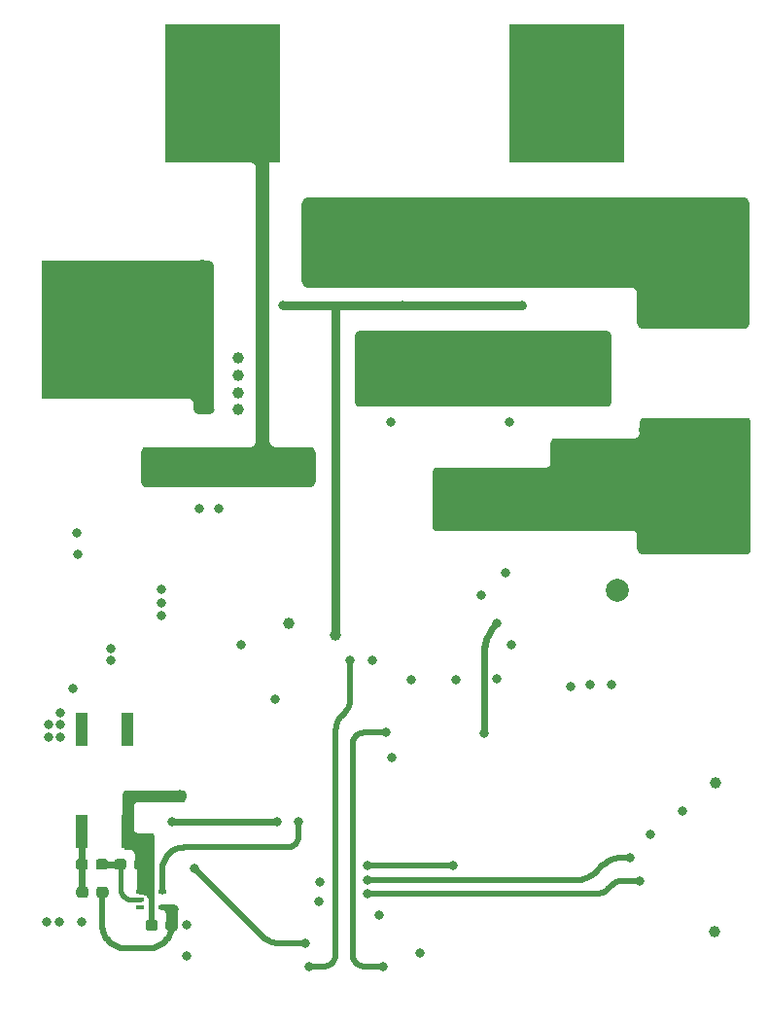
<source format=gbl>
%TF.GenerationSoftware,KiCad,Pcbnew,(5.1.8)-1*%
%TF.CreationDate,2021-02-13T14:21:55-08:00*%
%TF.ProjectId,20190720_Project_OCP-OVP-UVP,32303139-3037-4323-905f-50726f6a6563,A1*%
%TF.SameCoordinates,PX6ff61c0PY8823130*%
%TF.FileFunction,Copper,L4,Bot*%
%TF.FilePolarity,Positive*%
%FSLAX46Y46*%
G04 Gerber Fmt 4.6, Leading zero omitted, Abs format (unit mm)*
G04 Created by KiCad (PCBNEW (5.1.8)-1) date 2021-02-13 14:21:55*
%MOMM*%
%LPD*%
G01*
G04 APERTURE LIST*
%TA.AperFunction,ComponentPad*%
%ADD10C,10.000000*%
%TD*%
%TA.AperFunction,ComponentPad*%
%ADD11R,10.000000X12.000000*%
%TD*%
%TA.AperFunction,SMDPad,CuDef*%
%ADD12R,1.000000X3.000000*%
%TD*%
%TA.AperFunction,SMDPad,CuDef*%
%ADD13R,0.650000X0.400000*%
%TD*%
%TA.AperFunction,ViaPad*%
%ADD14C,1.000000*%
%TD*%
%TA.AperFunction,ViaPad*%
%ADD15C,2.000000*%
%TD*%
%TA.AperFunction,ViaPad*%
%ADD16C,0.800000*%
%TD*%
%TA.AperFunction,Conductor*%
%ADD17C,0.500000*%
%TD*%
%TA.AperFunction,Conductor*%
%ADD18C,0.700000*%
%TD*%
%TA.AperFunction,Conductor*%
%ADD19C,0.550000*%
%TD*%
%TA.AperFunction,Conductor*%
%ADD20C,0.450000*%
%TD*%
%TA.AperFunction,Conductor*%
%ADD21C,0.600000*%
%TD*%
%TA.AperFunction,Conductor*%
%ADD22C,0.800000*%
%TD*%
%TA.AperFunction,Conductor*%
%ADD23C,0.254000*%
%TD*%
G04 APERTURE END LIST*
D10*
X16150000Y80250000D03*
X46150000Y80250000D03*
D11*
X16150000Y80250000D03*
X5350000Y59700000D03*
%TA.AperFunction,SMDPad,CuDef*%
G36*
G01*
X7750000Y13362500D02*
X7750000Y12887500D01*
G75*
G02*
X7512500Y12650000I-237500J0D01*
G01*
X6937500Y12650000D01*
G75*
G02*
X6700000Y12887500I0J237500D01*
G01*
X6700000Y13362500D01*
G75*
G02*
X6937500Y13600000I237500J0D01*
G01*
X7512500Y13600000D01*
G75*
G02*
X7750000Y13362500I0J-237500D01*
G01*
G37*
%TD.AperFunction*%
%TA.AperFunction,SMDPad,CuDef*%
G36*
G01*
X9500000Y13362500D02*
X9500000Y12887500D01*
G75*
G02*
X9262500Y12650000I-237500J0D01*
G01*
X8687500Y12650000D01*
G75*
G02*
X8450000Y12887500I0J237500D01*
G01*
X8450000Y13362500D01*
G75*
G02*
X8687500Y13600000I237500J0D01*
G01*
X9262500Y13600000D01*
G75*
G02*
X9500000Y13362500I0J-237500D01*
G01*
G37*
%TD.AperFunction*%
%TA.AperFunction,SMDPad,CuDef*%
G36*
G01*
X9425000Y7587500D02*
X9425000Y8062500D01*
G75*
G02*
X9662500Y8300000I237500J0D01*
G01*
X10237500Y8300000D01*
G75*
G02*
X10475000Y8062500I0J-237500D01*
G01*
X10475000Y7587500D01*
G75*
G02*
X10237500Y7350000I-237500J0D01*
G01*
X9662500Y7350000D01*
G75*
G02*
X9425000Y7587500I0J237500D01*
G01*
G37*
%TD.AperFunction*%
%TA.AperFunction,SMDPad,CuDef*%
G36*
G01*
X11175000Y7587500D02*
X11175000Y8062500D01*
G75*
G02*
X11412500Y8300000I237500J0D01*
G01*
X11987500Y8300000D01*
G75*
G02*
X12225000Y8062500I0J-237500D01*
G01*
X12225000Y7587500D01*
G75*
G02*
X11987500Y7350000I-237500J0D01*
G01*
X11412500Y7350000D01*
G75*
G02*
X11175000Y7587500I0J237500D01*
G01*
G37*
%TD.AperFunction*%
%TA.AperFunction,SMDPad,CuDef*%
G36*
G01*
X6200000Y10937500D02*
X6200000Y10462500D01*
G75*
G02*
X5962500Y10225000I-237500J0D01*
G01*
X5387500Y10225000D01*
G75*
G02*
X5150000Y10462500I0J237500D01*
G01*
X5150000Y10937500D01*
G75*
G02*
X5387500Y11175000I237500J0D01*
G01*
X5962500Y11175000D01*
G75*
G02*
X6200000Y10937500I0J-237500D01*
G01*
G37*
%TD.AperFunction*%
%TA.AperFunction,SMDPad,CuDef*%
G36*
G01*
X4450000Y10937500D02*
X4450000Y10462500D01*
G75*
G02*
X4212500Y10225000I-237500J0D01*
G01*
X3637500Y10225000D01*
G75*
G02*
X3400000Y10462500I0J237500D01*
G01*
X3400000Y10937500D01*
G75*
G02*
X3637500Y11175000I237500J0D01*
G01*
X4212500Y11175000D01*
G75*
G02*
X4450000Y10937500I0J-237500D01*
G01*
G37*
%TD.AperFunction*%
%TA.AperFunction,SMDPad,CuDef*%
G36*
G01*
X4400000Y13362500D02*
X4400000Y12887500D01*
G75*
G02*
X4162500Y12650000I-237500J0D01*
G01*
X3587500Y12650000D01*
G75*
G02*
X3350000Y12887500I0J237500D01*
G01*
X3350000Y13362500D01*
G75*
G02*
X3587500Y13600000I237500J0D01*
G01*
X4162500Y13600000D01*
G75*
G02*
X4400000Y13362500I0J-237500D01*
G01*
G37*
%TD.AperFunction*%
%TA.AperFunction,SMDPad,CuDef*%
G36*
G01*
X6150000Y13362500D02*
X6150000Y12887500D01*
G75*
G02*
X5912500Y12650000I-237500J0D01*
G01*
X5337500Y12650000D01*
G75*
G02*
X5100000Y12887500I0J237500D01*
G01*
X5100000Y13362500D01*
G75*
G02*
X5337500Y13600000I237500J0D01*
G01*
X5912500Y13600000D01*
G75*
G02*
X6150000Y13362500I0J-237500D01*
G01*
G37*
%TD.AperFunction*%
D12*
X7875000Y15950000D03*
X3875000Y15950000D03*
X7875000Y24850000D03*
X3875000Y24850000D03*
D13*
X8975000Y9400000D03*
X8975000Y10700000D03*
X8975000Y10050000D03*
X10875000Y10700000D03*
X10875000Y9400000D03*
D11*
X46150000Y80250000D03*
D14*
X59100000Y20200000D03*
X59000000Y7300000D03*
D15*
X56800000Y45600000D03*
X53400000Y51000000D03*
X60800000Y41400000D03*
X60800000Y51000000D03*
X57000000Y66000000D03*
X53400000Y61000000D03*
X53400000Y69800000D03*
X60800000Y66000000D03*
X60800000Y61000000D03*
X60800000Y69800000D03*
X37750000Y55750000D03*
X34750000Y55750000D03*
D16*
X30750000Y51650000D03*
X41100000Y51675000D03*
X1925000Y8125000D03*
X850000Y8125000D03*
X3100000Y28450000D03*
D14*
X21870000Y34120000D03*
D16*
X12450000Y19175000D03*
X30850000Y22400000D03*
X3475000Y42025000D03*
X15000000Y52700000D03*
X10850000Y37075000D03*
X10850000Y35875000D03*
X13025000Y5150000D03*
X14000000Y52700000D03*
D15*
X14400000Y64750000D03*
X14400000Y60750000D03*
X14400000Y56950000D03*
X12000000Y62750000D03*
D16*
X6450000Y30875000D03*
X3500000Y40125000D03*
X56150000Y17750000D03*
X29150000Y30875000D03*
X24500000Y9900000D03*
X15830000Y44080000D03*
X20675000Y27500000D03*
X29750000Y8750000D03*
X10850000Y34825000D03*
X6450000Y31875000D03*
X3900000Y8125000D03*
X36200000Y13050010D03*
X28750000Y13000000D03*
X28750000Y11750008D03*
X51600000Y13700000D03*
X28750000Y10600000D03*
X52500000Y11700000D03*
D14*
X21525000Y46700000D03*
X23500000Y46700000D03*
X9750000Y48800000D03*
D16*
X14100000Y44125000D03*
X32600000Y29200000D03*
X33300000Y5425000D03*
X1000000Y25300000D03*
X2000000Y24200000D03*
X1000000Y24200000D03*
X17750000Y32225000D03*
X2000000Y25300000D03*
X24580000Y11630000D03*
X11875000Y9250000D03*
X53400000Y15750000D03*
X13000000Y7875000D03*
X2000000Y26300000D03*
X11750000Y16850000D03*
X20900000Y16825000D03*
X50025000Y28775000D03*
X48125000Y28775000D03*
X46475000Y28575000D03*
X40025000Y29325000D03*
X41250000Y32225000D03*
X38700000Y36600000D03*
X36500000Y29225000D03*
D14*
X52700000Y44950000D03*
X52700000Y42850000D03*
X52675000Y47150000D03*
D15*
X35475000Y46325000D03*
X38250000Y46250000D03*
X41000000Y46250000D03*
X43500000Y46250000D03*
X48750000Y46250000D03*
X50750000Y44000000D03*
X24400000Y69600000D03*
X27800000Y69600000D03*
X31000000Y69600000D03*
X33800000Y69600000D03*
X36800000Y69600000D03*
X39800000Y69600000D03*
D16*
X27250000Y30900000D03*
X23650000Y4250000D03*
X38900000Y24575000D03*
X40025000Y34125000D03*
X42200000Y61800000D03*
X31800000Y61800000D03*
X21400000Y61800000D03*
D14*
X25925000Y33100000D03*
D16*
X40825000Y38550000D03*
X30400000Y24585000D03*
X30150000Y4250000D03*
D15*
X50510000Y36970000D03*
D16*
X22775000Y16825000D03*
D14*
X17500000Y57200000D03*
X17500000Y54200000D03*
X17500000Y55700000D03*
X17500000Y52700000D03*
D15*
X28750000Y55750000D03*
X31750000Y55750000D03*
X40750000Y55750000D03*
D16*
X23300000Y6225000D03*
X13675000Y12775000D03*
D17*
X28800010Y13050010D02*
X28750000Y13000000D01*
X36200000Y13050010D02*
X28800010Y13050010D01*
X43625008Y11750008D02*
X33650008Y11750008D01*
X33650008Y11750008D02*
X28750000Y11750008D01*
X49192893Y12992894D02*
X49278712Y13074602D01*
X49278712Y13074602D02*
X49368438Y13152000D01*
X49368438Y13152000D02*
X49461854Y13224902D01*
X49461854Y13224902D02*
X49558734Y13293133D01*
X49558734Y13293133D02*
X49658845Y13356528D01*
X49658845Y13356528D02*
X49761947Y13414934D01*
X49761947Y13414934D02*
X49867790Y13468211D01*
X49867790Y13468211D02*
X49976120Y13516230D01*
X49976120Y13516230D02*
X50086675Y13558876D01*
X50086675Y13558876D02*
X50199190Y13596046D01*
X50199190Y13596046D02*
X50313393Y13627650D01*
X50313393Y13627650D02*
X50429010Y13653613D01*
X50429010Y13653613D02*
X50545761Y13673871D01*
X50545761Y13673871D02*
X50663365Y13688376D01*
X50663365Y13688376D02*
X50781540Y13697093D01*
X50781540Y13697093D02*
X50900000Y13700000D01*
X50900000Y13700000D02*
X51600000Y13700000D01*
X46950008Y11750008D02*
X43625008Y11750008D01*
X46950008Y11750008D02*
X47068467Y11752917D01*
X47068467Y11752917D02*
X47186642Y11761634D01*
X47186642Y11761634D02*
X47304246Y11776140D01*
X47304246Y11776140D02*
X47420997Y11796398D01*
X47420997Y11796398D02*
X47536613Y11822360D01*
X47536613Y11822360D02*
X47650816Y11853965D01*
X47650816Y11853965D02*
X47763331Y11891135D01*
X47763331Y11891135D02*
X47873887Y11933781D01*
X47873887Y11933781D02*
X47982216Y11981800D01*
X47982216Y11981800D02*
X48088059Y12035077D01*
X48088059Y12035077D02*
X48191161Y12093483D01*
X48191161Y12093483D02*
X48291272Y12156878D01*
X48291272Y12156878D02*
X48388152Y12225109D01*
X48388152Y12225109D02*
X48481567Y12298011D01*
X48481567Y12298011D02*
X48571293Y12375409D01*
X48571293Y12375409D02*
X48657114Y12457116D01*
X48657114Y12457116D02*
X49192893Y12992894D01*
X50096446Y11346447D02*
X50139355Y11387301D01*
X50139355Y11387301D02*
X50184218Y11426000D01*
X50184218Y11426000D02*
X50230926Y11462452D01*
X50230926Y11462452D02*
X50279366Y11496567D01*
X50279366Y11496567D02*
X50329422Y11528264D01*
X50329422Y11528264D02*
X50380973Y11557467D01*
X50380973Y11557467D02*
X50433894Y11584106D01*
X50433894Y11584106D02*
X50488059Y11608115D01*
X50488059Y11608115D02*
X50543337Y11629438D01*
X50543337Y11629438D02*
X50599595Y11648023D01*
X50599595Y11648023D02*
X50656696Y11663825D01*
X50656696Y11663825D02*
X50714504Y11676807D01*
X50714504Y11676807D02*
X50772880Y11686936D01*
X50772880Y11686936D02*
X50831682Y11694188D01*
X50831682Y11694188D02*
X50890770Y11698547D01*
X50890770Y11698547D02*
X50950000Y11700000D01*
X50950000Y11700000D02*
X52500000Y11700000D01*
X48850000Y10600000D02*
X28750000Y10600000D01*
X48850000Y10600000D02*
X48909229Y10601455D01*
X48909229Y10601455D02*
X48968317Y10605813D01*
X48968317Y10605813D02*
X49027119Y10613066D01*
X49027119Y10613066D02*
X49085494Y10623195D01*
X49085494Y10623195D02*
X49143302Y10636176D01*
X49143302Y10636176D02*
X49200404Y10651979D01*
X49200404Y10651979D02*
X49256661Y10670564D01*
X49256661Y10670564D02*
X49311939Y10691887D01*
X49311939Y10691887D02*
X49366104Y10715896D01*
X49366104Y10715896D02*
X49419025Y10742535D01*
X49419025Y10742535D02*
X49470576Y10771738D01*
X49470576Y10771738D02*
X49520632Y10803435D01*
X49520632Y10803435D02*
X49569072Y10837551D01*
X49569072Y10837551D02*
X49615779Y10874002D01*
X49615779Y10874002D02*
X49660642Y10912701D01*
X49660642Y10912701D02*
X49703553Y10953554D01*
X49703553Y10953554D02*
X50096446Y11346447D01*
D18*
X21500000Y46675000D02*
X21525000Y46700000D01*
D19*
X5675000Y7825000D02*
X5675000Y10700000D01*
X5675000Y7825000D02*
X5684630Y7628966D01*
X5684630Y7628966D02*
X5713429Y7434820D01*
X5713429Y7434820D02*
X5761119Y7244431D01*
X5761119Y7244431D02*
X5827240Y7059634D01*
X5827240Y7059634D02*
X5911157Y6882207D01*
X5911157Y6882207D02*
X6012060Y6713860D01*
X6012060Y6713860D02*
X6128979Y6556214D01*
X6128979Y6556214D02*
X6260786Y6410787D01*
X6260786Y6410787D02*
X6406213Y6278980D01*
X6406213Y6278980D02*
X6563859Y6162061D01*
X6563859Y6162061D02*
X6732206Y6061158D01*
X6732206Y6061158D02*
X6909633Y5977241D01*
X6909633Y5977241D02*
X7094430Y5911120D01*
X7094430Y5911120D02*
X7284819Y5863430D01*
X7284819Y5863430D02*
X7478965Y5834631D01*
X7478965Y5834631D02*
X7675000Y5825000D01*
X11725000Y7825000D02*
X11725000Y7825000D01*
X11725000Y7825000D02*
X11715369Y7628966D01*
X11715369Y7628966D02*
X11686570Y7434820D01*
X11686570Y7434820D02*
X11638880Y7244431D01*
X11638880Y7244431D02*
X11572759Y7059634D01*
X11572759Y7059634D02*
X11488842Y6882207D01*
X11488842Y6882207D02*
X11387939Y6713860D01*
X11387939Y6713860D02*
X11271020Y6556214D01*
X11271020Y6556214D02*
X11139213Y6410787D01*
X11139213Y6410787D02*
X10993786Y6278980D01*
X10993786Y6278980D02*
X10836140Y6162061D01*
X10836140Y6162061D02*
X10667793Y6061158D01*
X10667793Y6061158D02*
X10490366Y5977241D01*
X10490366Y5977241D02*
X10305569Y5911120D01*
X10305569Y5911120D02*
X10115180Y5863430D01*
X10115180Y5863430D02*
X9921034Y5834631D01*
X9921034Y5834631D02*
X9725000Y5825000D01*
X9725000Y5825000D02*
X7675000Y5825000D01*
D20*
X11775000Y16825000D02*
X11750000Y16850000D01*
D21*
X20875000Y16850000D02*
X20900000Y16825000D01*
X11750000Y16850000D02*
X20875000Y16850000D01*
D17*
X27250000Y27550000D02*
X27250000Y30900000D01*
X27247818Y27461156D02*
X27250000Y27550000D01*
X27241280Y27372525D02*
X27247818Y27461156D01*
X27230401Y27284321D02*
X27241280Y27372525D01*
X27215207Y27196758D02*
X27230401Y27284321D01*
X26105842Y25409994D02*
X26137827Y25492911D01*
X26469048Y26015967D02*
X26530329Y26080331D01*
X26992393Y26619135D02*
X27036198Y26696461D01*
X26054262Y25239955D02*
X26077965Y25325608D01*
X26077965Y25325608D02*
X26105842Y25409994D01*
X26838998Y26401330D02*
X26893674Y26471392D01*
X26019596Y25065680D02*
X26034790Y25153243D01*
X26137827Y25492911D02*
X26173841Y25574158D01*
X26356323Y25878610D02*
X26410999Y25948672D01*
X26002180Y24888845D02*
X26008717Y24977476D01*
X26034790Y25153243D02*
X26054262Y25239955D01*
X26000000Y24800000D02*
X26002180Y24888845D01*
X26173841Y25574158D02*
X26213799Y25653540D01*
X26780949Y26334036D02*
X26838998Y26401330D01*
X26257603Y25730867D02*
X26305150Y25805950D01*
X26213799Y25653540D02*
X26257603Y25730867D01*
X27172032Y27024394D02*
X27195736Y27110046D01*
X26305150Y25805950D02*
X26356323Y25878610D01*
X27076156Y26775844D02*
X27112170Y26857091D01*
X26410999Y25948672D02*
X26469048Y26015967D01*
X26893674Y26471392D02*
X26944847Y26544052D01*
X26530329Y26080331D02*
X26719669Y26269670D01*
X26719669Y26269670D02*
X26780949Y26334036D01*
X27195736Y27110046D02*
X27215207Y27196758D01*
X26944847Y26544052D02*
X26992393Y26619135D01*
X26008717Y24977476D02*
X26019596Y25065680D01*
X27036198Y26696461D02*
X27076156Y26775844D01*
X27112170Y26857091D02*
X27144155Y26940007D01*
X27144155Y26940007D02*
X27172032Y27024394D01*
X26000000Y5250000D02*
X26000000Y24800000D01*
X26000000Y5250000D02*
X25995184Y5151983D01*
X25995184Y5151983D02*
X25980785Y5054910D01*
X25980785Y5054910D02*
X25956940Y4959716D01*
X25956940Y4959716D02*
X25923879Y4867317D01*
X25923879Y4867317D02*
X25881921Y4778604D01*
X25881921Y4778604D02*
X25831469Y4694430D01*
X25831469Y4694430D02*
X25773010Y4615607D01*
X25773010Y4615607D02*
X25707106Y4542894D01*
X25707106Y4542894D02*
X25634393Y4476990D01*
X25634393Y4476990D02*
X25555570Y4418531D01*
X25555570Y4418531D02*
X25471396Y4368079D01*
X25471396Y4368079D02*
X25382683Y4326121D01*
X25382683Y4326121D02*
X25290284Y4293060D01*
X25290284Y4293060D02*
X25195090Y4269215D01*
X25195090Y4269215D02*
X25098017Y4254816D01*
X25098017Y4254816D02*
X25000000Y4250000D01*
X25000000Y4250000D02*
X23650000Y4250000D01*
D21*
X39960660Y34060661D02*
X40025000Y34125000D01*
X39960660Y34060661D02*
X39838098Y33931932D01*
X39838098Y33931932D02*
X39722001Y33797343D01*
X39722001Y33797343D02*
X39612648Y33657219D01*
X39612648Y33657219D02*
X39510302Y33511899D01*
X39510302Y33511899D02*
X39415209Y33361732D01*
X39415209Y33361732D02*
X39327600Y33207080D01*
X39327600Y33207080D02*
X39247685Y33048315D01*
X39247685Y33048315D02*
X39175656Y32885820D01*
X39175656Y32885820D02*
X39111687Y32719987D01*
X39111687Y32719987D02*
X39055932Y32551215D01*
X39055932Y32551215D02*
X39008526Y32379910D01*
X39008526Y32379910D02*
X38969582Y32206485D01*
X38969582Y32206485D02*
X38939195Y32031359D01*
X38939195Y32031359D02*
X38917437Y31854952D01*
X38917437Y31854952D02*
X38904361Y31677690D01*
X38904361Y31677690D02*
X38900000Y31500000D01*
X38900000Y31500000D02*
X38900000Y24575000D01*
D22*
X25925000Y33100000D02*
X25925000Y61800000D01*
X25925000Y61800000D02*
X21400000Y61800000D01*
X25925000Y61800000D02*
X31800000Y61800000D01*
X31800000Y61800000D02*
X42200000Y61800000D01*
D17*
X28351982Y24580185D02*
X28450000Y24585000D01*
X28067316Y24508880D02*
X28159715Y24541941D01*
X27978603Y24466922D02*
X28067316Y24508880D01*
X27454815Y23683018D02*
X27469214Y23780091D01*
X28450000Y24585000D02*
X30400000Y24585000D01*
X27676989Y24219394D02*
X27742893Y24292107D01*
X27469214Y23780091D02*
X27493059Y23875285D01*
X27815606Y24358011D02*
X27894429Y24416470D01*
X28254909Y24565786D02*
X28351982Y24580185D01*
X27493059Y23875285D02*
X27526120Y23967684D01*
X27526120Y23967684D02*
X27568078Y24056397D01*
X27568078Y24056397D02*
X27618530Y24140571D01*
X27450000Y23585000D02*
X27454815Y23683018D01*
X27618530Y24140571D02*
X27676989Y24219394D01*
X28159715Y24541941D02*
X28254909Y24565786D01*
X27742893Y24292107D02*
X27815606Y24358011D01*
X27894429Y24416470D02*
X27978603Y24466922D01*
X28450000Y4250000D02*
X30150000Y4250000D01*
X28450000Y4250000D02*
X28351982Y4254816D01*
X28351982Y4254816D02*
X28254909Y4269215D01*
X28254909Y4269215D02*
X28159715Y4293060D01*
X28159715Y4293060D02*
X28067316Y4326121D01*
X28067316Y4326121D02*
X27978603Y4368079D01*
X27978603Y4368079D02*
X27894429Y4418531D01*
X27894429Y4418531D02*
X27815606Y4476990D01*
X27815606Y4476990D02*
X27742893Y4542894D01*
X27742893Y4542894D02*
X27676989Y4615607D01*
X27676989Y4615607D02*
X27618530Y4694430D01*
X27618530Y4694430D02*
X27568078Y4778604D01*
X27568078Y4778604D02*
X27526120Y4867317D01*
X27526120Y4867317D02*
X27493059Y4959716D01*
X27493059Y4959716D02*
X27469214Y5054910D01*
X27469214Y5054910D02*
X27454815Y5151983D01*
X27454815Y5151983D02*
X27450000Y5250000D01*
X27450000Y5250000D02*
X27450000Y23585000D01*
D21*
X5625000Y13125000D02*
X7225000Y13125000D01*
D20*
X8225000Y10050000D02*
X8975000Y10050000D01*
X8225000Y10050000D02*
X8126982Y10054816D01*
X8126982Y10054816D02*
X8029909Y10069215D01*
X8029909Y10069215D02*
X7934715Y10093060D01*
X7934715Y10093060D02*
X7842316Y10126121D01*
X7842316Y10126121D02*
X7753603Y10168079D01*
X7753603Y10168079D02*
X7669429Y10218531D01*
X7669429Y10218531D02*
X7590606Y10276990D01*
X7590606Y10276990D02*
X7517893Y10342894D01*
X7517893Y10342894D02*
X7451989Y10415607D01*
X7451989Y10415607D02*
X7393530Y10494430D01*
X7393530Y10494430D02*
X7343078Y10578604D01*
X7343078Y10578604D02*
X7301120Y10667317D01*
X7301120Y10667317D02*
X7268059Y10759716D01*
X7268059Y10759716D02*
X7244214Y10854910D01*
X7244214Y10854910D02*
X7229815Y10951983D01*
X7229815Y10951983D02*
X7225000Y11050000D01*
X7225000Y11050000D02*
X7225000Y13125000D01*
D21*
X3875000Y15950000D02*
X3875000Y13125000D01*
X3875000Y10750000D02*
X3925000Y10700000D01*
X3875000Y13125000D02*
X3875000Y10750000D01*
D18*
X50510000Y36970000D02*
X50475000Y37005000D01*
D17*
X21775000Y14600000D02*
X21873017Y14604816D01*
X21873017Y14604816D02*
X21970090Y14619215D01*
X21970090Y14619215D02*
X22065284Y14643060D01*
X22065284Y14643060D02*
X22157683Y14676121D01*
X22157683Y14676121D02*
X22246396Y14718079D01*
X22246396Y14718079D02*
X22330570Y14768531D01*
X22330570Y14768531D02*
X22409393Y14826990D01*
X22409393Y14826990D02*
X22482106Y14892894D01*
X22482106Y14892894D02*
X22548010Y14965607D01*
X22548010Y14965607D02*
X22606469Y15044430D01*
X22606469Y15044430D02*
X22656921Y15128604D01*
X22656921Y15128604D02*
X22698879Y15217317D01*
X22698879Y15217317D02*
X22731940Y15309716D01*
X22731940Y15309716D02*
X22755785Y15404910D01*
X22755785Y15404910D02*
X22770184Y15501983D01*
X22770184Y15501983D02*
X22775000Y15600000D01*
X22775000Y15600000D02*
X22775000Y16825000D01*
X10875000Y12600000D02*
X10875000Y10700000D01*
X10875000Y12600000D02*
X10884630Y12796035D01*
X10884630Y12796035D02*
X10913429Y12990181D01*
X10913429Y12990181D02*
X10961119Y13180570D01*
X10961119Y13180570D02*
X11027240Y13365367D01*
X11027240Y13365367D02*
X11111157Y13542794D01*
X11111157Y13542794D02*
X11212060Y13711141D01*
X11212060Y13711141D02*
X11328979Y13868787D01*
X11328979Y13868787D02*
X11460786Y14014214D01*
X11460786Y14014214D02*
X11606213Y14146021D01*
X11606213Y14146021D02*
X11763859Y14262940D01*
X11763859Y14262940D02*
X11932206Y14363843D01*
X11932206Y14363843D02*
X12109633Y14447760D01*
X12109633Y14447760D02*
X12294430Y14513881D01*
X12294430Y14513881D02*
X12484819Y14561571D01*
X12484819Y14561571D02*
X12678965Y14590370D01*
X12678965Y14590370D02*
X12875000Y14600000D01*
X12875000Y14600000D02*
X21775000Y14600000D01*
D19*
X21225000Y6225000D02*
X23300000Y6225000D01*
X21225000Y6225000D02*
X21106540Y6227909D01*
X21106540Y6227909D02*
X20988365Y6236626D01*
X20988365Y6236626D02*
X20870761Y6251131D01*
X20870761Y6251131D02*
X20754010Y6271389D01*
X20754010Y6271389D02*
X20638393Y6297351D01*
X20638393Y6297351D02*
X20524190Y6328956D01*
X20524190Y6328956D02*
X20411675Y6366126D01*
X20411675Y6366126D02*
X20301120Y6408772D01*
X20301120Y6408772D02*
X20192790Y6456791D01*
X20192790Y6456791D02*
X20086947Y6510068D01*
X20086947Y6510068D02*
X19983845Y6568474D01*
X19983845Y6568474D02*
X19883734Y6631869D01*
X19883734Y6631869D02*
X19786854Y6700100D01*
X19786854Y6700100D02*
X19693438Y6773002D01*
X19693438Y6773002D02*
X19603712Y6850400D01*
X19603712Y6850400D02*
X19517893Y6932107D01*
X19517893Y6932107D02*
X13675000Y12775000D01*
D23*
X14996257Y65559231D02*
X15085955Y65522077D01*
X15162976Y65462976D01*
X15222077Y65385955D01*
X15248001Y65323369D01*
X15248000Y52832709D01*
X15249719Y52815255D01*
X15249719Y52810066D01*
X15250233Y52805178D01*
X15256690Y52747609D01*
X15222077Y52664045D01*
X15162976Y52587024D01*
X15085955Y52527923D01*
X14996257Y52490769D01*
X14891672Y52477000D01*
X14108328Y52477000D01*
X14003743Y52490769D01*
X13914045Y52527923D01*
X13837024Y52587024D01*
X13777923Y52664045D01*
X13740769Y52753743D01*
X13727000Y52858328D01*
X13727000Y53200000D01*
X13725914Y53216577D01*
X13708877Y53345987D01*
X13700296Y53378011D01*
X13650346Y53498601D01*
X13633768Y53527313D01*
X13554308Y53630866D01*
X13530866Y53654308D01*
X13427313Y53733768D01*
X13398601Y53750346D01*
X13278011Y53800296D01*
X13245987Y53808877D01*
X13116577Y53825914D01*
X13100000Y53827000D01*
X858328Y53827000D01*
X753743Y53840769D01*
X664045Y53877923D01*
X587024Y53937024D01*
X527923Y54014045D01*
X490769Y54103743D01*
X477000Y54208328D01*
X477000Y65191672D01*
X490769Y65296257D01*
X527923Y65385955D01*
X587024Y65462976D01*
X664045Y65522077D01*
X753743Y65559231D01*
X858328Y65573000D01*
X14891672Y65573000D01*
X14996257Y65559231D01*
%TA.AperFunction,Conductor*%
G36*
X14996257Y65559231D02*
G01*
X15085955Y65522077D01*
X15162976Y65462976D01*
X15222077Y65385955D01*
X15248001Y65323369D01*
X15248000Y52832709D01*
X15249719Y52815255D01*
X15249719Y52810066D01*
X15250233Y52805178D01*
X15256690Y52747609D01*
X15222077Y52664045D01*
X15162976Y52587024D01*
X15085955Y52527923D01*
X14996257Y52490769D01*
X14891672Y52477000D01*
X14108328Y52477000D01*
X14003743Y52490769D01*
X13914045Y52527923D01*
X13837024Y52587024D01*
X13777923Y52664045D01*
X13740769Y52753743D01*
X13727000Y52858328D01*
X13727000Y53200000D01*
X13725914Y53216577D01*
X13708877Y53345987D01*
X13700296Y53378011D01*
X13650346Y53498601D01*
X13633768Y53527313D01*
X13554308Y53630866D01*
X13530866Y53654308D01*
X13427313Y53733768D01*
X13398601Y53750346D01*
X13278011Y53800296D01*
X13245987Y53808877D01*
X13116577Y53825914D01*
X13100000Y53827000D01*
X858328Y53827000D01*
X753743Y53840769D01*
X664045Y53877923D01*
X587024Y53937024D01*
X527923Y54014045D01*
X490769Y54103743D01*
X477000Y54208328D01*
X477000Y65191672D01*
X490769Y65296257D01*
X527923Y65385955D01*
X587024Y65462976D01*
X664045Y65522077D01*
X753743Y65559231D01*
X858328Y65573000D01*
X14891672Y65573000D01*
X14996257Y65559231D01*
G37*
%TD.AperFunction*%
X9883871Y13208134D02*
X9959533Y13169582D01*
X10019582Y13109533D01*
X10058134Y13033871D01*
X10073000Y12940008D01*
X10073000Y7887509D01*
X10059435Y7819314D01*
X10027892Y7772108D01*
X9980686Y7740565D01*
X9925000Y7729488D01*
X9869314Y7740565D01*
X9822108Y7772108D01*
X9790565Y7819314D01*
X9777000Y7887509D01*
X9777000Y10100000D01*
X9775436Y10119867D01*
X9755859Y10243474D01*
X9749573Y10267563D01*
X9743581Y10281264D01*
X9686765Y10392771D01*
X9673342Y10413739D01*
X9663410Y10424917D01*
X9574917Y10513410D01*
X9555671Y10529204D01*
X9542771Y10536765D01*
X9431264Y10593581D01*
X9408080Y10602655D01*
X9393474Y10605859D01*
X9269867Y10625436D01*
X9250000Y10627000D01*
X9059992Y10627000D01*
X8966129Y10641866D01*
X8890467Y10680418D01*
X8830418Y10740467D01*
X8791866Y10816129D01*
X8777000Y10909992D01*
X8777000Y13012491D01*
X8794371Y13099819D01*
X8836752Y13163248D01*
X8900181Y13205629D01*
X8987509Y13223000D01*
X9790008Y13223000D01*
X9883871Y13208134D01*
%TA.AperFunction,Conductor*%
G36*
X9883871Y13208134D02*
G01*
X9959533Y13169582D01*
X10019582Y13109533D01*
X10058134Y13033871D01*
X10073000Y12940008D01*
X10073000Y7887509D01*
X10059435Y7819314D01*
X10027892Y7772108D01*
X9980686Y7740565D01*
X9925000Y7729488D01*
X9869314Y7740565D01*
X9822108Y7772108D01*
X9790565Y7819314D01*
X9777000Y7887509D01*
X9777000Y10100000D01*
X9775436Y10119867D01*
X9755859Y10243474D01*
X9749573Y10267563D01*
X9743581Y10281264D01*
X9686765Y10392771D01*
X9673342Y10413739D01*
X9663410Y10424917D01*
X9574917Y10513410D01*
X9555671Y10529204D01*
X9542771Y10536765D01*
X9431264Y10593581D01*
X9408080Y10602655D01*
X9393474Y10605859D01*
X9269867Y10625436D01*
X9250000Y10627000D01*
X9059992Y10627000D01*
X8966129Y10641866D01*
X8890467Y10680418D01*
X8830418Y10740467D01*
X8791866Y10816129D01*
X8777000Y10909992D01*
X8777000Y13012491D01*
X8794371Y13099819D01*
X8836752Y13163248D01*
X8900181Y13205629D01*
X8987509Y13223000D01*
X9790008Y13223000D01*
X9883871Y13208134D01*
G37*
%TD.AperFunction*%
X11908871Y9508134D02*
X11984533Y9469582D01*
X12044582Y9409533D01*
X12083134Y9333871D01*
X12098000Y9240008D01*
X12098000Y7759992D01*
X12083134Y7666129D01*
X12044582Y7590467D01*
X11984533Y7530418D01*
X11908871Y7491866D01*
X11815008Y7477000D01*
X11584992Y7477000D01*
X11491129Y7491866D01*
X11415467Y7530418D01*
X11355418Y7590467D01*
X11316866Y7666129D01*
X11302000Y7759992D01*
X11302000Y8887500D01*
X11299560Y8912277D01*
X11275772Y9031866D01*
X11268545Y9055690D01*
X11256809Y9077646D01*
X11189068Y9179028D01*
X11173274Y9198273D01*
X11154028Y9214068D01*
X11052646Y9281809D01*
X11030690Y9293545D01*
X11006866Y9300772D01*
X10887277Y9324560D01*
X10862500Y9327000D01*
X10787509Y9327000D01*
X10738448Y9336759D01*
X10707463Y9357463D01*
X10686759Y9388448D01*
X10679488Y9425000D01*
X10686759Y9461552D01*
X10707463Y9492537D01*
X10738448Y9513241D01*
X10787509Y9523000D01*
X11815008Y9523000D01*
X11908871Y9508134D01*
%TA.AperFunction,Conductor*%
G36*
X11908871Y9508134D02*
G01*
X11984533Y9469582D01*
X12044582Y9409533D01*
X12083134Y9333871D01*
X12098000Y9240008D01*
X12098000Y7759992D01*
X12083134Y7666129D01*
X12044582Y7590467D01*
X11984533Y7530418D01*
X11908871Y7491866D01*
X11815008Y7477000D01*
X11584992Y7477000D01*
X11491129Y7491866D01*
X11415467Y7530418D01*
X11355418Y7590467D01*
X11316866Y7666129D01*
X11302000Y7759992D01*
X11302000Y8887500D01*
X11299560Y8912277D01*
X11275772Y9031866D01*
X11268545Y9055690D01*
X11256809Y9077646D01*
X11189068Y9179028D01*
X11173274Y9198273D01*
X11154028Y9214068D01*
X11052646Y9281809D01*
X11030690Y9293545D01*
X11006866Y9300772D01*
X10887277Y9324560D01*
X10862500Y9327000D01*
X10787509Y9327000D01*
X10738448Y9336759D01*
X10707463Y9357463D01*
X10686759Y9388448D01*
X10679488Y9425000D01*
X10686759Y9461552D01*
X10707463Y9492537D01*
X10738448Y9513241D01*
X10787509Y9523000D01*
X11815008Y9523000D01*
X11908871Y9508134D01*
G37*
%TD.AperFunction*%
X16349629Y82959365D02*
X16438964Y82922563D01*
X16515800Y82863995D01*
X16574961Y82787607D01*
X16612450Y82698557D01*
X16626885Y82594588D01*
X16669187Y77095177D01*
X16670390Y77078690D01*
X16688252Y76950033D01*
X16696995Y76918219D01*
X16747394Y76798505D01*
X16764036Y76770019D01*
X16843570Y76667325D01*
X16866989Y76644086D01*
X16970291Y76565345D01*
X16998905Y76548922D01*
X17119003Y76499446D01*
X17150882Y76490948D01*
X17279673Y76474076D01*
X17296169Y76473000D01*
X19691672Y76473000D01*
X19796257Y76459231D01*
X19885955Y76422077D01*
X19962976Y76362976D01*
X20022077Y76285955D01*
X20059231Y76196257D01*
X20073000Y76091672D01*
X20073000Y50000000D01*
X20074086Y49983423D01*
X20091123Y49854013D01*
X20099704Y49821989D01*
X20149654Y49701399D01*
X20166232Y49672687D01*
X20245692Y49569134D01*
X20269134Y49545692D01*
X20372687Y49466232D01*
X20401399Y49449654D01*
X20521989Y49399704D01*
X20554013Y49391123D01*
X20683423Y49374086D01*
X20700000Y49373000D01*
X23691672Y49373000D01*
X23796257Y49359231D01*
X23885955Y49322077D01*
X23962976Y49262976D01*
X24022077Y49185955D01*
X24059231Y49096257D01*
X24073000Y48991672D01*
X24073000Y46508328D01*
X24059231Y46403743D01*
X24022077Y46314045D01*
X23962976Y46237024D01*
X23885955Y46177923D01*
X23796257Y46140769D01*
X23691672Y46127000D01*
X9508328Y46127000D01*
X9403743Y46140769D01*
X9314045Y46177923D01*
X9237024Y46237024D01*
X9177923Y46314045D01*
X9140769Y46403743D01*
X9127000Y46508328D01*
X9127000Y48991672D01*
X9140769Y49096257D01*
X9177923Y49185955D01*
X9237024Y49262976D01*
X9314045Y49322077D01*
X9403743Y49359231D01*
X9508328Y49373000D01*
X18500000Y49373000D01*
X18516577Y49374086D01*
X18645987Y49391123D01*
X18678011Y49399704D01*
X18798601Y49449654D01*
X18827313Y49466232D01*
X18930866Y49545692D01*
X18954308Y49569134D01*
X19033768Y49672687D01*
X19050346Y49701399D01*
X19100296Y49821989D01*
X19108877Y49854013D01*
X19125914Y49983423D01*
X19127000Y50000000D01*
X19127000Y73800000D01*
X19125914Y73816577D01*
X19108877Y73945987D01*
X19100296Y73978011D01*
X19050346Y74098601D01*
X19033768Y74127313D01*
X18954308Y74230866D01*
X18930866Y74254308D01*
X18827313Y74333768D01*
X18798601Y74350346D01*
X18678011Y74400296D01*
X18645987Y74408877D01*
X18516577Y74425914D01*
X18500000Y74427000D01*
X14505569Y74427000D01*
X14502687Y74433957D01*
X14490951Y74455914D01*
X14475157Y74475159D01*
X14455911Y74490952D01*
X14433957Y74502687D01*
X14398602Y74517332D01*
X14374778Y74524559D01*
X14350000Y74527000D01*
X11761240Y74527000D01*
X11656285Y74540869D01*
X11566318Y74578286D01*
X11489155Y74637789D01*
X11430099Y74715288D01*
X11393201Y74805466D01*
X11379936Y74910498D01*
X11424093Y82593855D01*
X11438360Y82697976D01*
X11475764Y82787188D01*
X11534910Y82863736D01*
X11611798Y82922442D01*
X11701221Y82959332D01*
X11805425Y82973000D01*
X16245549Y82973000D01*
X16349629Y82959365D01*
%TA.AperFunction,Conductor*%
G36*
X16349629Y82959365D02*
G01*
X16438964Y82922563D01*
X16515800Y82863995D01*
X16574961Y82787607D01*
X16612450Y82698557D01*
X16626885Y82594588D01*
X16669187Y77095177D01*
X16670390Y77078690D01*
X16688252Y76950033D01*
X16696995Y76918219D01*
X16747394Y76798505D01*
X16764036Y76770019D01*
X16843570Y76667325D01*
X16866989Y76644086D01*
X16970291Y76565345D01*
X16998905Y76548922D01*
X17119003Y76499446D01*
X17150882Y76490948D01*
X17279673Y76474076D01*
X17296169Y76473000D01*
X19691672Y76473000D01*
X19796257Y76459231D01*
X19885955Y76422077D01*
X19962976Y76362976D01*
X20022077Y76285955D01*
X20059231Y76196257D01*
X20073000Y76091672D01*
X20073000Y50000000D01*
X20074086Y49983423D01*
X20091123Y49854013D01*
X20099704Y49821989D01*
X20149654Y49701399D01*
X20166232Y49672687D01*
X20245692Y49569134D01*
X20269134Y49545692D01*
X20372687Y49466232D01*
X20401399Y49449654D01*
X20521989Y49399704D01*
X20554013Y49391123D01*
X20683423Y49374086D01*
X20700000Y49373000D01*
X23691672Y49373000D01*
X23796257Y49359231D01*
X23885955Y49322077D01*
X23962976Y49262976D01*
X24022077Y49185955D01*
X24059231Y49096257D01*
X24073000Y48991672D01*
X24073000Y46508328D01*
X24059231Y46403743D01*
X24022077Y46314045D01*
X23962976Y46237024D01*
X23885955Y46177923D01*
X23796257Y46140769D01*
X23691672Y46127000D01*
X9508328Y46127000D01*
X9403743Y46140769D01*
X9314045Y46177923D01*
X9237024Y46237024D01*
X9177923Y46314045D01*
X9140769Y46403743D01*
X9127000Y46508328D01*
X9127000Y48991672D01*
X9140769Y49096257D01*
X9177923Y49185955D01*
X9237024Y49262976D01*
X9314045Y49322077D01*
X9403743Y49359231D01*
X9508328Y49373000D01*
X18500000Y49373000D01*
X18516577Y49374086D01*
X18645987Y49391123D01*
X18678011Y49399704D01*
X18798601Y49449654D01*
X18827313Y49466232D01*
X18930866Y49545692D01*
X18954308Y49569134D01*
X19033768Y49672687D01*
X19050346Y49701399D01*
X19100296Y49821989D01*
X19108877Y49854013D01*
X19125914Y49983423D01*
X19127000Y50000000D01*
X19127000Y73800000D01*
X19125914Y73816577D01*
X19108877Y73945987D01*
X19100296Y73978011D01*
X19050346Y74098601D01*
X19033768Y74127313D01*
X18954308Y74230866D01*
X18930866Y74254308D01*
X18827313Y74333768D01*
X18798601Y74350346D01*
X18678011Y74400296D01*
X18645987Y74408877D01*
X18516577Y74425914D01*
X18500000Y74427000D01*
X14505569Y74427000D01*
X14502687Y74433957D01*
X14490951Y74455914D01*
X14475157Y74475159D01*
X14455911Y74490952D01*
X14433957Y74502687D01*
X14398602Y74517332D01*
X14374778Y74524559D01*
X14350000Y74527000D01*
X11761240Y74527000D01*
X11656285Y74540869D01*
X11566318Y74578286D01*
X11489155Y74637789D01*
X11430099Y74715288D01*
X11393201Y74805466D01*
X11379936Y74910498D01*
X11424093Y82593855D01*
X11438360Y82697976D01*
X11475764Y82787188D01*
X11534910Y82863736D01*
X11611798Y82922442D01*
X11701221Y82959332D01*
X11805425Y82973000D01*
X16245549Y82973000D01*
X16349629Y82959365D01*
G37*
%TD.AperFunction*%
X12658871Y19458134D02*
X12734533Y19419582D01*
X12794582Y19359533D01*
X12833134Y19283871D01*
X12848000Y19190008D01*
X12848000Y19009992D01*
X12833134Y18916129D01*
X12794582Y18840467D01*
X12734533Y18780418D01*
X12658871Y18741866D01*
X12565008Y18727000D01*
X8775000Y18727000D01*
X8755133Y18725436D01*
X8631526Y18705859D01*
X8607437Y18699573D01*
X8593736Y18693581D01*
X8482229Y18636765D01*
X8461261Y18623342D01*
X8450083Y18613410D01*
X8361590Y18524917D01*
X8345796Y18505671D01*
X8338235Y18492771D01*
X8281419Y18381264D01*
X8272345Y18358080D01*
X8269141Y18343474D01*
X8249564Y18219867D01*
X8248000Y18200000D01*
X8248000Y16275000D01*
X8249564Y16255133D01*
X8269141Y16131526D01*
X8275427Y16107437D01*
X8281419Y16093736D01*
X8338235Y15982229D01*
X8351658Y15961261D01*
X8361590Y15950083D01*
X8450083Y15861590D01*
X8469329Y15845796D01*
X8482229Y15838235D01*
X8593736Y15781419D01*
X8616920Y15772345D01*
X8631526Y15769141D01*
X8755133Y15749564D01*
X8775000Y15748000D01*
X9790008Y15748000D01*
X9883871Y15733134D01*
X9959533Y15694582D01*
X10019582Y15634533D01*
X10058134Y15558871D01*
X10073000Y15465008D01*
X10073000Y12928492D01*
X8855946Y12946130D01*
X8763130Y12962074D01*
X8688544Y13001037D01*
X8629475Y13060968D01*
X8591597Y13136112D01*
X8577000Y13229148D01*
X8577000Y14050000D01*
X8575436Y14069867D01*
X8555859Y14193474D01*
X8549573Y14217563D01*
X8543581Y14231264D01*
X8486765Y14342771D01*
X8473342Y14363739D01*
X8463410Y14374917D01*
X8374917Y14463410D01*
X8355671Y14479204D01*
X8342771Y14486765D01*
X8231264Y14543581D01*
X8208080Y14552655D01*
X8193474Y14555859D01*
X8069867Y14575436D01*
X8050000Y14577000D01*
X7784992Y14577000D01*
X7691129Y14591866D01*
X7615467Y14630418D01*
X7555418Y14690467D01*
X7516866Y14766129D01*
X7502000Y14859992D01*
X7502000Y19190008D01*
X7516866Y19283871D01*
X7555418Y19359533D01*
X7615467Y19419582D01*
X7691129Y19458134D01*
X7784992Y19473000D01*
X12565008Y19473000D01*
X12658871Y19458134D01*
%TA.AperFunction,Conductor*%
G36*
X12658871Y19458134D02*
G01*
X12734533Y19419582D01*
X12794582Y19359533D01*
X12833134Y19283871D01*
X12848000Y19190008D01*
X12848000Y19009992D01*
X12833134Y18916129D01*
X12794582Y18840467D01*
X12734533Y18780418D01*
X12658871Y18741866D01*
X12565008Y18727000D01*
X8775000Y18727000D01*
X8755133Y18725436D01*
X8631526Y18705859D01*
X8607437Y18699573D01*
X8593736Y18693581D01*
X8482229Y18636765D01*
X8461261Y18623342D01*
X8450083Y18613410D01*
X8361590Y18524917D01*
X8345796Y18505671D01*
X8338235Y18492771D01*
X8281419Y18381264D01*
X8272345Y18358080D01*
X8269141Y18343474D01*
X8249564Y18219867D01*
X8248000Y18200000D01*
X8248000Y16275000D01*
X8249564Y16255133D01*
X8269141Y16131526D01*
X8275427Y16107437D01*
X8281419Y16093736D01*
X8338235Y15982229D01*
X8351658Y15961261D01*
X8361590Y15950083D01*
X8450083Y15861590D01*
X8469329Y15845796D01*
X8482229Y15838235D01*
X8593736Y15781419D01*
X8616920Y15772345D01*
X8631526Y15769141D01*
X8755133Y15749564D01*
X8775000Y15748000D01*
X9790008Y15748000D01*
X9883871Y15733134D01*
X9959533Y15694582D01*
X10019582Y15634533D01*
X10058134Y15558871D01*
X10073000Y15465008D01*
X10073000Y12928492D01*
X8855946Y12946130D01*
X8763130Y12962074D01*
X8688544Y13001037D01*
X8629475Y13060968D01*
X8591597Y13136112D01*
X8577000Y13229148D01*
X8577000Y14050000D01*
X8575436Y14069867D01*
X8555859Y14193474D01*
X8549573Y14217563D01*
X8543581Y14231264D01*
X8486765Y14342771D01*
X8473342Y14363739D01*
X8463410Y14374917D01*
X8374917Y14463410D01*
X8355671Y14479204D01*
X8342771Y14486765D01*
X8231264Y14543581D01*
X8208080Y14552655D01*
X8193474Y14555859D01*
X8069867Y14575436D01*
X8050000Y14577000D01*
X7784992Y14577000D01*
X7691129Y14591866D01*
X7615467Y14630418D01*
X7555418Y14690467D01*
X7516866Y14766129D01*
X7502000Y14859992D01*
X7502000Y19190008D01*
X7516866Y19283871D01*
X7555418Y19359533D01*
X7615467Y19419582D01*
X7691129Y19458134D01*
X7784992Y19473000D01*
X12565008Y19473000D01*
X12658871Y19458134D01*
G37*
%TD.AperFunction*%
X61883871Y51858134D02*
X61948000Y51825458D01*
X61948001Y40374542D01*
X61883871Y40341866D01*
X61790008Y40327000D01*
X52609992Y40327000D01*
X52516129Y40341866D01*
X52440467Y40380418D01*
X52380418Y40440467D01*
X52341866Y40516129D01*
X52327000Y40609992D01*
X52327000Y41800000D01*
X52325436Y41819867D01*
X52305859Y41943474D01*
X52299573Y41967563D01*
X52293581Y41981264D01*
X52236765Y42092771D01*
X52223342Y42113739D01*
X52213410Y42124917D01*
X52124917Y42213410D01*
X52105671Y42229204D01*
X52092771Y42236765D01*
X51981264Y42293581D01*
X51958080Y42302655D01*
X51943474Y42305859D01*
X51819867Y42325436D01*
X51800000Y42327000D01*
X34786844Y42327000D01*
X34692719Y42341952D01*
X34616895Y42380716D01*
X34556816Y42441069D01*
X34518396Y42517070D01*
X34503871Y42611267D01*
X34525144Y47291278D01*
X34540350Y47384811D01*
X34579035Y47460141D01*
X34639044Y47519878D01*
X34714546Y47558219D01*
X34808149Y47573000D01*
X44253902Y47573000D01*
X44273646Y47574544D01*
X44396507Y47593880D01*
X44420603Y47600143D01*
X44434087Y47606009D01*
X44545070Y47662147D01*
X44566077Y47675508D01*
X44577107Y47685232D01*
X44665482Y47772744D01*
X44681370Y47791911D01*
X44688881Y47804554D01*
X44746104Y47914981D01*
X44755336Y47938102D01*
X44758600Y47952440D01*
X44779139Y48075106D01*
X44780877Y48094834D01*
X44798014Y49842747D01*
X44813611Y49935899D01*
X44852443Y50010837D01*
X44912412Y50070220D01*
X44987726Y50108315D01*
X45081031Y50123000D01*
X52000000Y50123000D01*
X52019867Y50124564D01*
X52143474Y50144141D01*
X52167563Y50150427D01*
X52181264Y50156419D01*
X52292771Y50213235D01*
X52313739Y50226658D01*
X52324917Y50236590D01*
X52413410Y50325083D01*
X52429204Y50344329D01*
X52436765Y50357229D01*
X52493581Y50468736D01*
X52502655Y50491920D01*
X52505859Y50506526D01*
X52525436Y50630133D01*
X52527000Y50650000D01*
X52527000Y51590008D01*
X52541866Y51683871D01*
X52580418Y51759533D01*
X52640467Y51819582D01*
X52716129Y51858134D01*
X52809992Y51873000D01*
X61790008Y51873000D01*
X61883871Y51858134D01*
%TA.AperFunction,Conductor*%
G36*
X61883871Y51858134D02*
G01*
X61948000Y51825458D01*
X61948001Y40374542D01*
X61883871Y40341866D01*
X61790008Y40327000D01*
X52609992Y40327000D01*
X52516129Y40341866D01*
X52440467Y40380418D01*
X52380418Y40440467D01*
X52341866Y40516129D01*
X52327000Y40609992D01*
X52327000Y41800000D01*
X52325436Y41819867D01*
X52305859Y41943474D01*
X52299573Y41967563D01*
X52293581Y41981264D01*
X52236765Y42092771D01*
X52223342Y42113739D01*
X52213410Y42124917D01*
X52124917Y42213410D01*
X52105671Y42229204D01*
X52092771Y42236765D01*
X51981264Y42293581D01*
X51958080Y42302655D01*
X51943474Y42305859D01*
X51819867Y42325436D01*
X51800000Y42327000D01*
X34786844Y42327000D01*
X34692719Y42341952D01*
X34616895Y42380716D01*
X34556816Y42441069D01*
X34518396Y42517070D01*
X34503871Y42611267D01*
X34525144Y47291278D01*
X34540350Y47384811D01*
X34579035Y47460141D01*
X34639044Y47519878D01*
X34714546Y47558219D01*
X34808149Y47573000D01*
X44253902Y47573000D01*
X44273646Y47574544D01*
X44396507Y47593880D01*
X44420603Y47600143D01*
X44434087Y47606009D01*
X44545070Y47662147D01*
X44566077Y47675508D01*
X44577107Y47685232D01*
X44665482Y47772744D01*
X44681370Y47791911D01*
X44688881Y47804554D01*
X44746104Y47914981D01*
X44755336Y47938102D01*
X44758600Y47952440D01*
X44779139Y48075106D01*
X44780877Y48094834D01*
X44798014Y49842747D01*
X44813611Y49935899D01*
X44852443Y50010837D01*
X44912412Y50070220D01*
X44987726Y50108315D01*
X45081031Y50123000D01*
X52000000Y50123000D01*
X52019867Y50124564D01*
X52143474Y50144141D01*
X52167563Y50150427D01*
X52181264Y50156419D01*
X52292771Y50213235D01*
X52313739Y50226658D01*
X52324917Y50236590D01*
X52413410Y50325083D01*
X52429204Y50344329D01*
X52436765Y50357229D01*
X52493581Y50468736D01*
X52502655Y50491920D01*
X52505859Y50506526D01*
X52525436Y50630133D01*
X52527000Y50650000D01*
X52527000Y51590008D01*
X52541866Y51683871D01*
X52580418Y51759533D01*
X52640467Y51819582D01*
X52716129Y51858134D01*
X52809992Y51873000D01*
X61790008Y51873000D01*
X61883871Y51858134D01*
G37*
%TD.AperFunction*%
X49596257Y59459231D02*
X49685955Y59422077D01*
X49762976Y59362976D01*
X49822077Y59285955D01*
X49859231Y59196257D01*
X49873000Y59091672D01*
X49873000Y53508328D01*
X49859231Y53403743D01*
X49822077Y53314045D01*
X49762976Y53237024D01*
X49685955Y53177923D01*
X49596257Y53140769D01*
X49491672Y53127000D01*
X28108328Y53127000D01*
X28003743Y53140769D01*
X27914045Y53177923D01*
X27837024Y53237024D01*
X27777923Y53314045D01*
X27740769Y53403743D01*
X27727000Y53508328D01*
X27727000Y59091672D01*
X27740769Y59196257D01*
X27777923Y59285955D01*
X27837024Y59362976D01*
X27914045Y59422077D01*
X28003743Y59459231D01*
X28108328Y59473000D01*
X49491672Y59473000D01*
X49596257Y59459231D01*
%TA.AperFunction,Conductor*%
G36*
X49596257Y59459231D02*
G01*
X49685955Y59422077D01*
X49762976Y59362976D01*
X49822077Y59285955D01*
X49859231Y59196257D01*
X49873000Y59091672D01*
X49873000Y53508328D01*
X49859231Y53403743D01*
X49822077Y53314045D01*
X49762976Y53237024D01*
X49685955Y53177923D01*
X49596257Y53140769D01*
X49491672Y53127000D01*
X28108328Y53127000D01*
X28003743Y53140769D01*
X27914045Y53177923D01*
X27837024Y53237024D01*
X27777923Y53314045D01*
X27740769Y53403743D01*
X27727000Y53508328D01*
X27727000Y59091672D01*
X27740769Y59196257D01*
X27777923Y59285955D01*
X27837024Y59362976D01*
X27914045Y59422077D01*
X28003743Y59459231D01*
X28108328Y59473000D01*
X49491672Y59473000D01*
X49596257Y59459231D01*
G37*
%TD.AperFunction*%
X61596257Y71059231D02*
X61685955Y71022077D01*
X61762976Y70962976D01*
X61822077Y70885955D01*
X61859231Y70796257D01*
X61873000Y70691672D01*
X61873000Y60308328D01*
X61859231Y60203743D01*
X61822077Y60114045D01*
X61762976Y60037024D01*
X61685955Y59977923D01*
X61596257Y59940769D01*
X61491672Y59927000D01*
X52708328Y59927000D01*
X52603743Y59940769D01*
X52514045Y59977923D01*
X52437024Y60037024D01*
X52377923Y60114045D01*
X52340769Y60203743D01*
X52327000Y60308328D01*
X52327000Y62900000D01*
X52325914Y62916577D01*
X52308877Y63045987D01*
X52300296Y63078011D01*
X52250346Y63198601D01*
X52233768Y63227313D01*
X52154308Y63330866D01*
X52130866Y63354308D01*
X52027313Y63433768D01*
X51998601Y63450346D01*
X51878011Y63500296D01*
X51845987Y63508877D01*
X51716577Y63525914D01*
X51700000Y63527000D01*
X23508328Y63527000D01*
X23403743Y63540769D01*
X23314045Y63577923D01*
X23237024Y63637024D01*
X23177923Y63714045D01*
X23140769Y63803743D01*
X23127000Y63908328D01*
X23127000Y70691672D01*
X23140769Y70796257D01*
X23177923Y70885955D01*
X23237024Y70962976D01*
X23314045Y71022077D01*
X23403743Y71059231D01*
X23508328Y71073000D01*
X61491672Y71073000D01*
X61596257Y71059231D01*
%TA.AperFunction,Conductor*%
G36*
X61596257Y71059231D02*
G01*
X61685955Y71022077D01*
X61762976Y70962976D01*
X61822077Y70885955D01*
X61859231Y70796257D01*
X61873000Y70691672D01*
X61873000Y60308328D01*
X61859231Y60203743D01*
X61822077Y60114045D01*
X61762976Y60037024D01*
X61685955Y59977923D01*
X61596257Y59940769D01*
X61491672Y59927000D01*
X52708328Y59927000D01*
X52603743Y59940769D01*
X52514045Y59977923D01*
X52437024Y60037024D01*
X52377923Y60114045D01*
X52340769Y60203743D01*
X52327000Y60308328D01*
X52327000Y62900000D01*
X52325914Y62916577D01*
X52308877Y63045987D01*
X52300296Y63078011D01*
X52250346Y63198601D01*
X52233768Y63227313D01*
X52154308Y63330866D01*
X52130866Y63354308D01*
X52027313Y63433768D01*
X51998601Y63450346D01*
X51878011Y63500296D01*
X51845987Y63508877D01*
X51716577Y63525914D01*
X51700000Y63527000D01*
X23508328Y63527000D01*
X23403743Y63540769D01*
X23314045Y63577923D01*
X23237024Y63637024D01*
X23177923Y63714045D01*
X23140769Y63803743D01*
X23127000Y63908328D01*
X23127000Y70691672D01*
X23140769Y70796257D01*
X23177923Y70885955D01*
X23237024Y70962976D01*
X23314045Y71022077D01*
X23403743Y71059231D01*
X23508328Y71073000D01*
X61491672Y71073000D01*
X61596257Y71059231D01*
G37*
%TD.AperFunction*%
M02*

</source>
